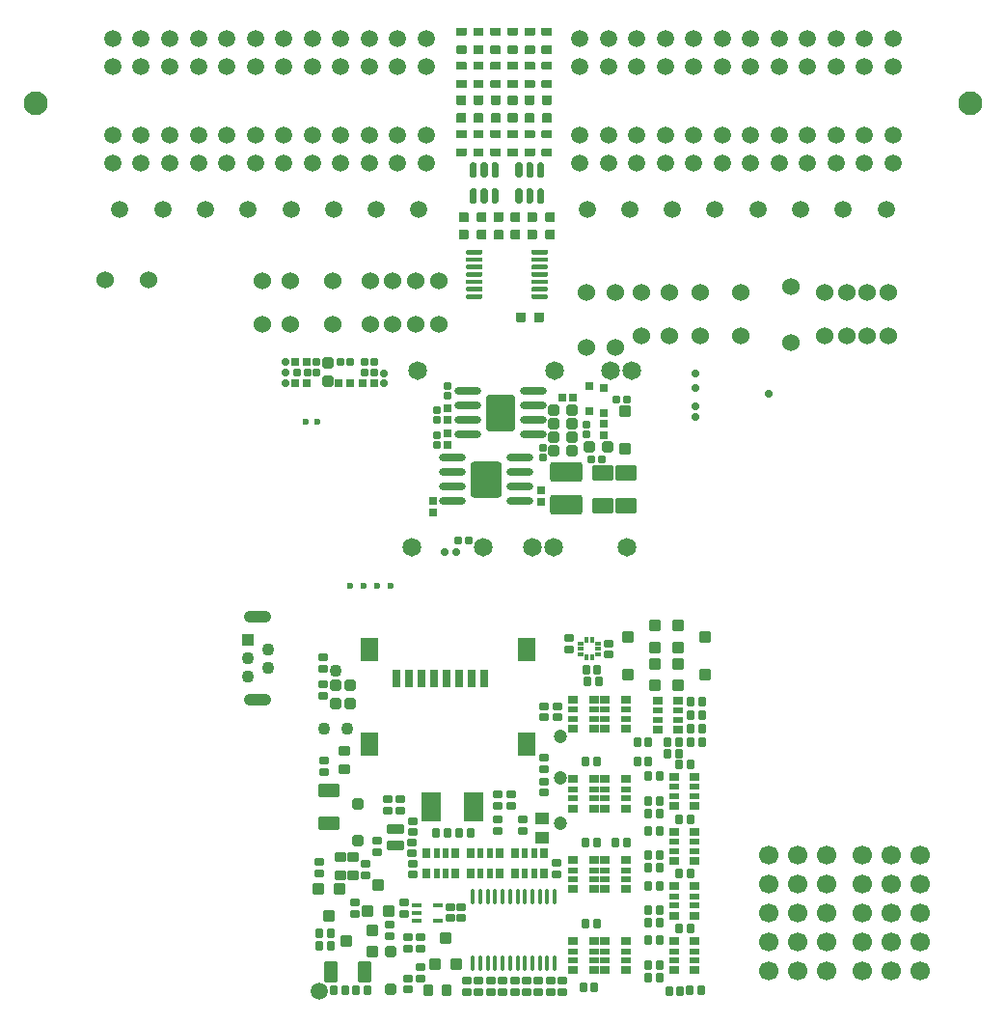
<source format=gbs>
G75*
G70*
%OFA0B0*%
%FSLAX25Y25*%
%IPPOS*%
%LPD*%
%AMOC8*
5,1,8,0,0,1.08239X$1,22.5*
%
%AMM152*
21,1,0.025200,0.019680,-0.000000,-0.000000,180.000000*
21,1,0.015750,0.029130,-0.000000,-0.000000,180.000000*
1,1,0.009450,-0.007870,0.009840*
1,1,0.009450,0.007870,0.009840*
1,1,0.009450,0.007870,-0.009840*
1,1,0.009450,-0.007870,-0.009840*
%
%AMM153*
21,1,0.025200,0.019680,-0.000000,-0.000000,90.000000*
21,1,0.015750,0.029130,-0.000000,-0.000000,90.000000*
1,1,0.009450,0.009840,0.007870*
1,1,0.009450,0.009840,-0.007870*
1,1,0.009450,-0.009840,-0.007870*
1,1,0.009450,-0.009840,0.007870*
%
%AMM160*
21,1,0.038980,0.026770,-0.000000,-0.000000,90.000000*
21,1,0.026770,0.038980,-0.000000,-0.000000,90.000000*
1,1,0.012210,0.013390,0.013390*
1,1,0.012210,0.013390,-0.013390*
1,1,0.012210,-0.013390,-0.013390*
1,1,0.012210,-0.013390,0.013390*
%
%AMM161*
21,1,0.029130,0.018900,-0.000000,-0.000000,0.000000*
21,1,0.018900,0.029130,-0.000000,-0.000000,0.000000*
1,1,0.010240,0.009450,-0.009450*
1,1,0.010240,-0.009450,-0.009450*
1,1,0.010240,-0.009450,0.009450*
1,1,0.010240,0.009450,0.009450*
%
%AMM183*
21,1,0.041340,0.026770,0.000000,-0.000000,270.000000*
21,1,0.029130,0.038980,0.000000,-0.000000,270.000000*
1,1,0.012210,-0.013390,-0.014570*
1,1,0.012210,-0.013390,0.014570*
1,1,0.012210,0.013390,0.014570*
1,1,0.012210,0.013390,-0.014570*
%
%AMM184*
21,1,0.076380,0.036220,0.000000,-0.000000,0.000000*
21,1,0.061810,0.050790,0.000000,-0.000000,0.000000*
1,1,0.014570,0.030910,-0.018110*
1,1,0.014570,-0.030910,-0.018110*
1,1,0.014570,-0.030910,0.018110*
1,1,0.014570,0.030910,0.018110*
%
%AMM187*
21,1,0.029130,0.018900,0.000000,-0.000000,0.000000*
21,1,0.018900,0.029130,0.000000,-0.000000,0.000000*
1,1,0.010240,0.009450,-0.009450*
1,1,0.010240,-0.009450,-0.009450*
1,1,0.010240,-0.009450,0.009450*
1,1,0.010240,0.009450,0.009450*
%
%AMM188*
21,1,0.025200,0.019680,0.000000,-0.000000,270.000000*
21,1,0.015750,0.029130,0.000000,-0.000000,270.000000*
1,1,0.009450,-0.009840,-0.007870*
1,1,0.009450,-0.009840,0.007870*
1,1,0.009450,0.009840,0.007870*
1,1,0.009450,0.009840,-0.007870*
%
%AMM189*
21,1,0.025200,0.019680,0.000000,-0.000000,180.000000*
21,1,0.015750,0.029130,0.000000,-0.000000,180.000000*
1,1,0.009450,-0.007870,0.009840*
1,1,0.009450,0.007870,0.009840*
1,1,0.009450,0.007870,-0.009840*
1,1,0.009450,-0.007870,-0.009840*
%
%AMM195*
21,1,0.111810,0.050390,0.000000,-0.000000,0.000000*
21,1,0.093700,0.068500,0.000000,-0.000000,0.000000*
1,1,0.018110,0.046850,-0.025200*
1,1,0.018110,-0.046850,-0.025200*
1,1,0.018110,-0.046850,0.025200*
1,1,0.018110,0.046850,0.025200*
%
%AMM196*
21,1,0.038980,0.026770,0.000000,-0.000000,180.000000*
21,1,0.026770,0.038980,0.000000,-0.000000,180.000000*
1,1,0.012210,-0.013390,0.013390*
1,1,0.012210,0.013390,0.013390*
1,1,0.012210,0.013390,-0.013390*
1,1,0.012210,-0.013390,-0.013390*
%
%AMM197*
21,1,0.029130,0.018900,0.000000,-0.000000,90.000000*
21,1,0.018900,0.029130,0.000000,-0.000000,90.000000*
1,1,0.010240,0.009450,0.009450*
1,1,0.010240,0.009450,-0.009450*
1,1,0.010240,-0.009450,-0.009450*
1,1,0.010240,-0.009450,0.009450*
%
%AMM198*
21,1,0.127560,0.075590,0.000000,-0.000000,90.000000*
21,1,0.103150,0.100000,0.000000,-0.000000,90.000000*
1,1,0.024410,0.037800,0.051580*
1,1,0.024410,0.037800,-0.051580*
1,1,0.024410,-0.037800,-0.051580*
1,1,0.024410,-0.037800,0.051580*
%
%AMM199*
21,1,0.123620,0.083460,0.000000,-0.000000,270.000000*
21,1,0.097240,0.109840,0.000000,-0.000000,270.000000*
1,1,0.026380,-0.041730,-0.048620*
1,1,0.026380,-0.041730,0.048620*
1,1,0.026380,0.041730,0.048620*
1,1,0.026380,0.041730,-0.048620*
%
%AMM216*
21,1,0.029530,0.026380,-0.000000,0.000000,0.000000*
21,1,0.020470,0.035430,-0.000000,0.000000,0.000000*
1,1,0.009060,0.010240,-0.013190*
1,1,0.009060,-0.010240,-0.013190*
1,1,0.009060,-0.010240,0.013190*
1,1,0.009060,0.010240,0.013190*
%
%AMM217*
21,1,0.021650,0.027950,-0.000000,0.000000,0.000000*
21,1,0.014170,0.035430,-0.000000,0.000000,0.000000*
1,1,0.007480,0.007090,-0.013980*
1,1,0.007480,-0.007090,-0.013980*
1,1,0.007480,-0.007090,0.013980*
1,1,0.007480,0.007090,0.013980*
%
%AMM220*
21,1,0.031500,0.018900,-0.000000,0.000000,180.000000*
21,1,0.022840,0.027560,-0.000000,0.000000,180.000000*
1,1,0.008660,-0.011420,0.009450*
1,1,0.008660,0.011420,0.009450*
1,1,0.008660,0.011420,-0.009450*
1,1,0.008660,-0.011420,-0.009450*
%
%AMM222*
21,1,0.031500,0.018900,-0.000000,0.000000,270.000000*
21,1,0.022840,0.027560,-0.000000,0.000000,270.000000*
1,1,0.008660,-0.009450,-0.011420*
1,1,0.008660,-0.009450,0.011420*
1,1,0.008660,0.009450,0.011420*
1,1,0.008660,0.009450,-0.011420*
%
%AMM224*
21,1,0.039370,0.030320,-0.000000,0.000000,0.000000*
21,1,0.028350,0.041340,-0.000000,0.000000,0.000000*
1,1,0.011020,0.014170,-0.015160*
1,1,0.011020,-0.014170,-0.015160*
1,1,0.011020,-0.014170,0.015160*
1,1,0.011020,0.014170,0.015160*
%
%AMM227*
21,1,0.031500,0.030710,-0.000000,0.000000,90.000000*
21,1,0.022050,0.040160,-0.000000,0.000000,90.000000*
1,1,0.009450,0.015350,0.011020*
1,1,0.009450,0.015350,-0.011020*
1,1,0.009450,-0.015350,-0.011020*
1,1,0.009450,-0.015350,0.011020*
%
%AMM241*
21,1,0.029530,0.026380,-0.000000,0.000000,90.000000*
21,1,0.020470,0.035430,-0.000000,0.000000,90.000000*
1,1,0.009060,0.013190,0.010240*
1,1,0.009060,0.013190,-0.010240*
1,1,0.009060,-0.013190,-0.010240*
1,1,0.009060,-0.013190,0.010240*
%
%AMM242*
21,1,0.021650,0.027950,-0.000000,0.000000,90.000000*
21,1,0.014170,0.035430,-0.000000,0.000000,90.000000*
1,1,0.007480,0.013980,0.007090*
1,1,0.007480,0.013980,-0.007090*
1,1,0.007480,-0.013980,-0.007090*
1,1,0.007480,-0.013980,0.007090*
%
%AMM243*
21,1,0.037400,0.026770,-0.000000,0.000000,90.000000*
21,1,0.026770,0.037400,-0.000000,0.000000,90.000000*
1,1,0.010630,0.013390,0.013390*
1,1,0.010630,0.013390,-0.013390*
1,1,0.010630,-0.013390,-0.013390*
1,1,0.010630,-0.013390,0.013390*
%
%AMM244*
21,1,0.082680,0.045670,-0.000000,0.000000,270.000000*
21,1,0.067320,0.061020,-0.000000,0.000000,270.000000*
1,1,0.015350,-0.022840,-0.033660*
1,1,0.015350,-0.022840,0.033660*
1,1,0.015350,0.022840,0.033660*
1,1,0.015350,0.022840,-0.033660*
%
%AMM245*
21,1,0.062990,0.020470,-0.000000,0.000000,270.000000*
21,1,0.053940,0.029530,-0.000000,0.000000,270.000000*
1,1,0.009060,-0.010240,-0.026970*
1,1,0.009060,-0.010240,0.026970*
1,1,0.009060,0.010240,0.026970*
1,1,0.009060,0.010240,-0.026970*
%
%AMM246*
21,1,0.039370,0.030320,-0.000000,0.000000,270.000000*
21,1,0.028350,0.041340,-0.000000,0.000000,270.000000*
1,1,0.011020,-0.015160,-0.014170*
1,1,0.011020,-0.015160,0.014170*
1,1,0.011020,0.015160,0.014170*
1,1,0.011020,0.015160,-0.014170*
%
%AMM247*
21,1,0.016540,0.028980,-0.000000,0.000000,270.000000*
21,1,0.010080,0.035430,-0.000000,0.000000,270.000000*
1,1,0.006460,-0.014490,-0.005040*
1,1,0.006460,-0.014490,0.005040*
1,1,0.006460,0.014490,0.005040*
1,1,0.006460,0.014490,-0.005040*
%
%AMM248*
21,1,0.074800,0.036220,-0.000000,0.000000,90.000000*
21,1,0.061810,0.049210,-0.000000,0.000000,90.000000*
1,1,0.012990,0.018110,0.030910*
1,1,0.012990,0.018110,-0.030910*
1,1,0.012990,-0.018110,-0.030910*
1,1,0.012990,-0.018110,0.030910*
%
%AMM249*
21,1,0.039760,0.026770,-0.000000,0.000000,90.000000*
21,1,0.029130,0.037400,-0.000000,0.000000,90.000000*
1,1,0.010630,0.013390,0.014570*
1,1,0.010630,0.013390,-0.014570*
1,1,0.010630,-0.013390,-0.014570*
1,1,0.010630,-0.013390,0.014570*
%
%AMM250*
21,1,0.031500,0.049610,-0.000000,0.000000,90.000000*
21,1,0.022050,0.059060,-0.000000,0.000000,90.000000*
1,1,0.009450,0.024800,0.011020*
1,1,0.009450,0.024800,-0.011020*
1,1,0.009450,-0.024800,-0.011020*
1,1,0.009450,-0.024800,0.011020*
%
%AMM251*
21,1,0.074800,0.036220,-0.000000,0.000000,180.000000*
21,1,0.061810,0.049210,-0.000000,0.000000,180.000000*
1,1,0.012990,-0.030910,0.018110*
1,1,0.012990,0.030910,0.018110*
1,1,0.012990,0.030910,-0.018110*
1,1,0.012990,-0.030910,-0.018110*
%
%AMM252*
21,1,0.031500,0.030710,-0.000000,0.000000,180.000000*
21,1,0.022050,0.040160,-0.000000,0.000000,180.000000*
1,1,0.009450,-0.011020,0.015350*
1,1,0.009450,0.011020,0.015350*
1,1,0.009450,0.011020,-0.015350*
1,1,0.009450,-0.011020,-0.015350*
%
%ADD114C,0.02913*%
%ADD115C,0.06457*%
%ADD13C,0.05906*%
%ADD14C,0.06000*%
%ADD15C,0.06693*%
%ADD18R,0.04331X0.04331*%
%ADD19C,0.04331*%
%ADD20O,0.09449X0.04331*%
%ADD200C,0.04724*%
%ADD201C,0.04294*%
%ADD21C,0.02362*%
%ADD224R,0.01772X0.01870*%
%ADD230R,0.01870X0.01772*%
%ADD285O,0.09213X0.02520*%
%ADD312M152*%
%ADD313M153*%
%ADD320M160*%
%ADD321M161*%
%ADD343M183*%
%ADD344M184*%
%ADD347M187*%
%ADD348M188*%
%ADD349M189*%
%ADD355M195*%
%ADD356M196*%
%ADD357M197*%
%ADD358M198*%
%ADD359M199*%
%ADD380M216*%
%ADD381M217*%
%ADD385M220*%
%ADD387M222*%
%ADD389M224*%
%ADD393M227*%
%ADD410M241*%
%ADD411M242*%
%ADD412M243*%
%ADD413M244*%
%ADD414M245*%
%ADD415M246*%
%ADD416M247*%
%ADD417O,0.01378X0.05354*%
%ADD418M248*%
%ADD419M249*%
%ADD420R,0.07087X0.09843*%
%ADD421M250*%
%ADD422R,0.04724X0.04331*%
%ADD423M251*%
%ADD424M252*%
%ADD64C,0.08268*%
X0000000Y0000000D02*
%LPD*%
G01*
D64*
X0008481Y0330774D03*
X0331316Y0330774D03*
D13*
X0304741Y0353214D03*
X0294899Y0353214D03*
X0285056Y0353214D03*
X0275214Y0353214D03*
X0265371Y0353214D03*
X0255529Y0353214D03*
X0245686Y0353214D03*
X0235844Y0353214D03*
X0226001Y0353214D03*
X0216159Y0353214D03*
X0206316Y0353214D03*
X0196473Y0353214D03*
X0304741Y0343372D03*
X0294899Y0343372D03*
X0285056Y0343372D03*
X0275214Y0343372D03*
X0265371Y0343372D03*
X0255529Y0343372D03*
X0245686Y0343372D03*
X0235844Y0343372D03*
X0226001Y0343372D03*
X0216159Y0343372D03*
X0206316Y0343372D03*
X0196473Y0343372D03*
X0304741Y0319750D03*
X0294899Y0319750D03*
X0285056Y0319750D03*
X0275214Y0319750D03*
X0265371Y0319750D03*
X0255529Y0319750D03*
X0245686Y0319750D03*
X0235844Y0319750D03*
X0226001Y0319750D03*
X0216159Y0319750D03*
X0206316Y0319750D03*
X0196473Y0319750D03*
X0304741Y0309907D03*
X0294899Y0309907D03*
X0285056Y0309907D03*
X0275214Y0309907D03*
X0265371Y0309907D03*
X0255529Y0309907D03*
X0245686Y0309907D03*
X0235844Y0309907D03*
X0226001Y0309907D03*
X0216159Y0309907D03*
X0206316Y0309907D03*
X0196473Y0309907D03*
X0302281Y0294159D03*
X0287517Y0294159D03*
X0272753Y0294159D03*
X0257989Y0294159D03*
X0243225Y0294159D03*
X0228462Y0294159D03*
X0213698Y0294159D03*
X0198934Y0294159D03*
X0143324Y0353214D03*
X0133481Y0353214D03*
X0123639Y0353214D03*
X0113796Y0353214D03*
X0103954Y0353214D03*
X0094111Y0353214D03*
X0084269Y0353214D03*
X0074426Y0353214D03*
X0064584Y0353214D03*
X0054741Y0353214D03*
X0044899Y0353214D03*
X0035056Y0353214D03*
X0143324Y0343372D03*
X0133481Y0343372D03*
X0123639Y0343372D03*
X0113796Y0343372D03*
X0103954Y0343372D03*
X0094111Y0343372D03*
X0084269Y0343372D03*
X0074426Y0343372D03*
X0064584Y0343372D03*
X0054741Y0343372D03*
X0044899Y0343372D03*
X0035056Y0343372D03*
X0143324Y0319750D03*
X0133481Y0319750D03*
X0123639Y0319750D03*
X0113796Y0319750D03*
X0103954Y0319750D03*
X0094111Y0319750D03*
X0084269Y0319750D03*
X0074426Y0319750D03*
X0064584Y0319750D03*
X0054741Y0319750D03*
X0044899Y0319750D03*
X0035056Y0319750D03*
X0143324Y0309907D03*
X0133481Y0309907D03*
X0123639Y0309907D03*
X0113796Y0309907D03*
X0103954Y0309907D03*
X0094111Y0309907D03*
X0084269Y0309907D03*
X0074426Y0309907D03*
X0064584Y0309907D03*
X0054741Y0309907D03*
X0044899Y0309907D03*
X0035056Y0309907D03*
X0140863Y0294159D03*
X0126099Y0294159D03*
X0111336Y0294159D03*
X0096572Y0294159D03*
X0081808Y0294159D03*
X0067044Y0294159D03*
X0052281Y0294159D03*
X0037517Y0294159D03*
D14*
X0131890Y0269311D03*
X0131890Y0254311D03*
D15*
X0294063Y0031024D03*
X0294063Y0041024D03*
X0294063Y0051024D03*
X0294063Y0061024D03*
X0294063Y0071024D03*
X0304063Y0031024D03*
X0304063Y0041024D03*
X0304063Y0051024D03*
X0304063Y0061024D03*
X0304063Y0071024D03*
X0314063Y0031024D03*
X0314063Y0041024D03*
X0314063Y0051024D03*
X0314063Y0061024D03*
X0314063Y0071024D03*
D14*
X0032244Y0269685D03*
X0047244Y0269685D03*
X0124016Y0269311D03*
X0124016Y0254311D03*
X0086614Y0269311D03*
X0086614Y0254311D03*
X0208661Y0265551D03*
X0208661Y0246260D03*
X0111220Y0269311D03*
X0111220Y0254311D03*
X0269291Y0267520D03*
X0269291Y0248228D03*
X0198819Y0265551D03*
X0198819Y0246260D03*
X0251969Y0265374D03*
X0251969Y0250374D03*
D15*
X0261654Y0031024D03*
X0261654Y0041024D03*
X0261654Y0051024D03*
X0261654Y0061024D03*
X0261654Y0071024D03*
X0271654Y0031024D03*
X0271654Y0041024D03*
X0271654Y0051024D03*
X0271654Y0061024D03*
X0271654Y0071024D03*
X0281654Y0031024D03*
X0281654Y0041024D03*
X0281654Y0051024D03*
X0281654Y0061024D03*
X0281654Y0071024D03*
D14*
X0147638Y0269311D03*
X0147638Y0254311D03*
X0303150Y0265374D03*
X0303150Y0250374D03*
D18*
X0081693Y0145276D03*
D19*
X0088583Y0142126D03*
X0081693Y0138976D03*
X0088583Y0135827D03*
X0081693Y0132677D03*
D20*
X0085138Y0153346D03*
X0085138Y0124606D03*
D21*
X0094587Y0233957D03*
X0094587Y0237697D03*
X0094587Y0241437D03*
X0128839Y0237500D03*
X0128839Y0233957D03*
D14*
X0281102Y0265374D03*
X0281102Y0250374D03*
X0288583Y0265374D03*
X0288583Y0250374D03*
X0139764Y0269311D03*
X0139764Y0254311D03*
D21*
X0121752Y0164075D03*
X0117028Y0164075D03*
X0126476Y0164075D03*
X0131201Y0164075D03*
X0105768Y0220866D03*
X0101831Y0220866D03*
D14*
X0295669Y0265374D03*
X0295669Y0250374D03*
X0096457Y0269311D03*
X0096457Y0254311D03*
D13*
X0212697Y0177461D03*
X0187500Y0177461D03*
X0180020Y0177461D03*
X0163091Y0177461D03*
D21*
X0153642Y0175689D03*
X0149705Y0175689D03*
D13*
X0138484Y0177461D03*
X0214469Y0238484D03*
X0207185Y0238484D03*
X0187697Y0238484D03*
X0140256Y0238484D03*
D14*
X0227559Y0265374D03*
X0227559Y0250374D03*
X0238189Y0265374D03*
X0238189Y0250374D03*
X0217717Y0265374D03*
X0217717Y0250374D03*
D21*
X0261811Y0230315D03*
X0236516Y0237520D03*
X0236516Y0232500D03*
X0236516Y0226004D03*
X0236516Y0222461D03*
G36*
G01*
X0171693Y0345079D02*
X0174764Y0345079D01*
G75*
G02*
X0175039Y0344803I0000000J-000276D01*
G01*
X0175039Y0342598D01*
G75*
G02*
X0174764Y0342323I-000276J0000000D01*
G01*
X0171693Y0342323D01*
G75*
G02*
X0171417Y0342598I0000000J0000276D01*
G01*
X0171417Y0344803D01*
G75*
G02*
X0171693Y0345079I0000276J0000000D01*
G01*
G37*
G36*
G01*
X0171693Y0338780D02*
X0174764Y0338780D01*
G75*
G02*
X0175039Y0338504I0000000J-000276D01*
G01*
X0175039Y0336299D01*
G75*
G02*
X0174764Y0336024I-000276J0000000D01*
G01*
X0171693Y0336024D01*
G75*
G02*
X0171417Y0336299I0000000J0000276D01*
G01*
X0171417Y0338504D01*
G75*
G02*
X0171693Y0338780I0000276J0000000D01*
G01*
G37*
G36*
G01*
X0154173Y0333524D02*
X0156850Y0333524D01*
G75*
G02*
X0157185Y0333189I0000000J-000335D01*
G01*
X0157185Y0330512D01*
G75*
G02*
X0156850Y0330177I-000335J0000000D01*
G01*
X0154173Y0330177D01*
G75*
G02*
X0153839Y0330512I0000000J0000335D01*
G01*
X0153839Y0333189D01*
G75*
G02*
X0154173Y0333524I0000335J0000000D01*
G01*
G37*
G36*
G01*
X0154173Y0327303D02*
X0156850Y0327303D01*
G75*
G02*
X0157185Y0326968I0000000J-000335D01*
G01*
X0157185Y0324291D01*
G75*
G02*
X0156850Y0323957I-000335J0000000D01*
G01*
X0154173Y0323957D01*
G75*
G02*
X0153839Y0324291I0000000J0000335D01*
G01*
X0153839Y0326968D01*
G75*
G02*
X0154173Y0327303I0000335J0000000D01*
G01*
G37*
G36*
G01*
X0165984Y0333524D02*
X0168661Y0333524D01*
G75*
G02*
X0168996Y0333189I0000000J-000335D01*
G01*
X0168996Y0330512D01*
G75*
G02*
X0168661Y0330177I-000335J0000000D01*
G01*
X0165984Y0330177D01*
G75*
G02*
X0165650Y0330512I0000000J0000335D01*
G01*
X0165650Y0333189D01*
G75*
G02*
X0165984Y0333524I0000335J0000000D01*
G01*
G37*
G36*
G01*
X0165984Y0327303D02*
X0168661Y0327303D01*
G75*
G02*
X0168996Y0326968I0000000J-000335D01*
G01*
X0168996Y0324291D01*
G75*
G02*
X0168661Y0323957I-000335J0000000D01*
G01*
X0165984Y0323957D01*
G75*
G02*
X0165650Y0324291I0000000J0000335D01*
G01*
X0165650Y0326968D01*
G75*
G02*
X0165984Y0327303I0000335J0000000D01*
G01*
G37*
G36*
G01*
X0174764Y0312402D02*
X0171693Y0312402D01*
G75*
G02*
X0171417Y0312677I0000000J0000276D01*
G01*
X0171417Y0314882D01*
G75*
G02*
X0171693Y0315157I0000276J0000000D01*
G01*
X0174764Y0315157D01*
G75*
G02*
X0175039Y0314882I0000000J-000276D01*
G01*
X0175039Y0312677D01*
G75*
G02*
X0174764Y0312402I-000276J0000000D01*
G01*
G37*
G36*
G01*
X0174764Y0318701D02*
X0171693Y0318701D01*
G75*
G02*
X0171417Y0318976I0000000J0000276D01*
G01*
X0171417Y0321181D01*
G75*
G02*
X0171693Y0321457I0000276J0000000D01*
G01*
X0174764Y0321457D01*
G75*
G02*
X0175039Y0321181I0000000J-000276D01*
G01*
X0175039Y0318976D01*
G75*
G02*
X0174764Y0318701I-000276J0000000D01*
G01*
G37*
G36*
G01*
X0160079Y0333524D02*
X0162756Y0333524D01*
G75*
G02*
X0163091Y0333189I0000000J-000335D01*
G01*
X0163091Y0330512D01*
G75*
G02*
X0162756Y0330177I-000335J0000000D01*
G01*
X0160079Y0330177D01*
G75*
G02*
X0159744Y0330512I0000000J0000335D01*
G01*
X0159744Y0333189D01*
G75*
G02*
X0160079Y0333524I0000335J0000000D01*
G01*
G37*
G36*
G01*
X0160079Y0327303D02*
X0162756Y0327303D01*
G75*
G02*
X0163091Y0326968I0000000J-000335D01*
G01*
X0163091Y0324291D01*
G75*
G02*
X0162756Y0323957I-000335J0000000D01*
G01*
X0160079Y0323957D01*
G75*
G02*
X0159744Y0324291I0000000J0000335D01*
G01*
X0159744Y0326968D01*
G75*
G02*
X0160079Y0327303I0000335J0000000D01*
G01*
G37*
G36*
G01*
X0177598Y0345079D02*
X0180669Y0345079D01*
G75*
G02*
X0180945Y0344803I0000000J-000276D01*
G01*
X0180945Y0342598D01*
G75*
G02*
X0180669Y0342323I-000276J0000000D01*
G01*
X0177598Y0342323D01*
G75*
G02*
X0177323Y0342598I0000000J0000276D01*
G01*
X0177323Y0344803D01*
G75*
G02*
X0177598Y0345079I0000276J0000000D01*
G01*
G37*
G36*
G01*
X0177598Y0338780D02*
X0180669Y0338780D01*
G75*
G02*
X0180945Y0338504I0000000J-000276D01*
G01*
X0180945Y0336299D01*
G75*
G02*
X0180669Y0336024I-000276J0000000D01*
G01*
X0177598Y0336024D01*
G75*
G02*
X0177323Y0336299I0000000J0000276D01*
G01*
X0177323Y0338504D01*
G75*
G02*
X0177598Y0338780I0000276J0000000D01*
G01*
G37*
G36*
G01*
X0157087Y0263583D02*
X0157087Y0264370D01*
G75*
G02*
X0157480Y0264764I0000394J0000000D01*
G01*
X0162500Y0264764D01*
G75*
G02*
X0162894Y0264370I0000000J-000394D01*
G01*
X0162894Y0263583D01*
G75*
G02*
X0162500Y0263189I-000394J0000000D01*
G01*
X0157480Y0263189D01*
G75*
G02*
X0157087Y0263583I0000000J0000394D01*
G01*
G37*
G36*
G01*
X0157087Y0266142D02*
X0157087Y0266929D01*
G75*
G02*
X0157480Y0267323I0000394J0000000D01*
G01*
X0162500Y0267323D01*
G75*
G02*
X0162894Y0266929I0000000J-000394D01*
G01*
X0162894Y0266142D01*
G75*
G02*
X0162500Y0265748I-000394J0000000D01*
G01*
X0157480Y0265748D01*
G75*
G02*
X0157087Y0266142I0000000J0000394D01*
G01*
G37*
G36*
G01*
X0157087Y0268701D02*
X0157087Y0269488D01*
G75*
G02*
X0157480Y0269882I0000394J0000000D01*
G01*
X0162500Y0269882D01*
G75*
G02*
X0162894Y0269488I0000000J-000394D01*
G01*
X0162894Y0268701D01*
G75*
G02*
X0162500Y0268307I-000394J0000000D01*
G01*
X0157480Y0268307D01*
G75*
G02*
X0157087Y0268701I0000000J0000394D01*
G01*
G37*
G36*
G01*
X0157087Y0271260D02*
X0157087Y0272047D01*
G75*
G02*
X0157480Y0272441I0000394J0000000D01*
G01*
X0162500Y0272441D01*
G75*
G02*
X0162894Y0272047I0000000J-000394D01*
G01*
X0162894Y0271260D01*
G75*
G02*
X0162500Y0270866I-000394J0000000D01*
G01*
X0157480Y0270866D01*
G75*
G02*
X0157087Y0271260I0000000J0000394D01*
G01*
G37*
G36*
G01*
X0157087Y0273819D02*
X0157087Y0274606D01*
G75*
G02*
X0157480Y0275000I0000394J0000000D01*
G01*
X0162500Y0275000D01*
G75*
G02*
X0162894Y0274606I0000000J-000394D01*
G01*
X0162894Y0273819D01*
G75*
G02*
X0162500Y0273425I-000394J0000000D01*
G01*
X0157480Y0273425D01*
G75*
G02*
X0157087Y0273819I0000000J0000394D01*
G01*
G37*
G36*
G01*
X0157087Y0276378D02*
X0157087Y0277165D01*
G75*
G02*
X0157480Y0277559I0000394J0000000D01*
G01*
X0162500Y0277559D01*
G75*
G02*
X0162894Y0277165I0000000J-000394D01*
G01*
X0162894Y0276378D01*
G75*
G02*
X0162500Y0275984I-000394J0000000D01*
G01*
X0157480Y0275984D01*
G75*
G02*
X0157087Y0276378I0000000J0000394D01*
G01*
G37*
G36*
G01*
X0157087Y0278937D02*
X0157087Y0279724D01*
G75*
G02*
X0157480Y0280118I0000394J0000000D01*
G01*
X0162500Y0280118D01*
G75*
G02*
X0162894Y0279724I0000000J-000394D01*
G01*
X0162894Y0278937D01*
G75*
G02*
X0162500Y0278543I-000394J0000000D01*
G01*
X0157480Y0278543D01*
G75*
G02*
X0157087Y0278937I0000000J0000394D01*
G01*
G37*
G36*
G01*
X0179626Y0278937D02*
X0179626Y0279724D01*
G75*
G02*
X0180020Y0280118I0000394J0000000D01*
G01*
X0185039Y0280118D01*
G75*
G02*
X0185433Y0279724I0000000J-000394D01*
G01*
X0185433Y0278937D01*
G75*
G02*
X0185039Y0278543I-000394J0000000D01*
G01*
X0180020Y0278543D01*
G75*
G02*
X0179626Y0278937I0000000J0000394D01*
G01*
G37*
G36*
G01*
X0179626Y0276378D02*
X0179626Y0277165D01*
G75*
G02*
X0180020Y0277559I0000394J0000000D01*
G01*
X0185039Y0277559D01*
G75*
G02*
X0185433Y0277165I0000000J-000394D01*
G01*
X0185433Y0276378D01*
G75*
G02*
X0185039Y0275984I-000394J0000000D01*
G01*
X0180020Y0275984D01*
G75*
G02*
X0179626Y0276378I0000000J0000394D01*
G01*
G37*
G36*
G01*
X0179626Y0273819D02*
X0179626Y0274606D01*
G75*
G02*
X0180020Y0275000I0000394J0000000D01*
G01*
X0185039Y0275000D01*
G75*
G02*
X0185433Y0274606I0000000J-000394D01*
G01*
X0185433Y0273819D01*
G75*
G02*
X0185039Y0273425I-000394J0000000D01*
G01*
X0180020Y0273425D01*
G75*
G02*
X0179626Y0273819I0000000J0000394D01*
G01*
G37*
G36*
G01*
X0179626Y0271260D02*
X0179626Y0272047D01*
G75*
G02*
X0180020Y0272441I0000394J0000000D01*
G01*
X0185039Y0272441D01*
G75*
G02*
X0185433Y0272047I0000000J-000394D01*
G01*
X0185433Y0271260D01*
G75*
G02*
X0185039Y0270866I-000394J0000000D01*
G01*
X0180020Y0270866D01*
G75*
G02*
X0179626Y0271260I0000000J0000394D01*
G01*
G37*
G36*
G01*
X0179626Y0268701D02*
X0179626Y0269488D01*
G75*
G02*
X0180020Y0269882I0000394J0000000D01*
G01*
X0185039Y0269882D01*
G75*
G02*
X0185433Y0269488I0000000J-000394D01*
G01*
X0185433Y0268701D01*
G75*
G02*
X0185039Y0268307I-000394J0000000D01*
G01*
X0180020Y0268307D01*
G75*
G02*
X0179626Y0268701I0000000J0000394D01*
G01*
G37*
G36*
G01*
X0179626Y0266142D02*
X0179626Y0266929D01*
G75*
G02*
X0180020Y0267323I0000394J0000000D01*
G01*
X0185039Y0267323D01*
G75*
G02*
X0185433Y0266929I0000000J-000394D01*
G01*
X0185433Y0266142D01*
G75*
G02*
X0185039Y0265748I-000394J0000000D01*
G01*
X0180020Y0265748D01*
G75*
G02*
X0179626Y0266142I0000000J0000394D01*
G01*
G37*
G36*
G01*
X0179626Y0263583D02*
X0179626Y0264370D01*
G75*
G02*
X0180020Y0264764I0000394J0000000D01*
G01*
X0185039Y0264764D01*
G75*
G02*
X0185433Y0264370I0000000J-000394D01*
G01*
X0185433Y0263583D01*
G75*
G02*
X0185039Y0263189I-000394J0000000D01*
G01*
X0180020Y0263189D01*
G75*
G02*
X0179626Y0263583I0000000J0000394D01*
G01*
G37*
G36*
G01*
X0175551Y0283602D02*
X0172874Y0283602D01*
G75*
G02*
X0172539Y0283937I0000000J0000335D01*
G01*
X0172539Y0286614D01*
G75*
G02*
X0172874Y0286949I0000335J0000000D01*
G01*
X0175551Y0286949D01*
G75*
G02*
X0175886Y0286614I0000000J-000335D01*
G01*
X0175886Y0283937D01*
G75*
G02*
X0175551Y0283602I-000335J0000000D01*
G01*
G37*
G36*
G01*
X0175551Y0289823D02*
X0172874Y0289823D01*
G75*
G02*
X0172539Y0290157I0000000J0000335D01*
G01*
X0172539Y0292835D01*
G75*
G02*
X0172874Y0293169I0000335J0000000D01*
G01*
X0175551Y0293169D01*
G75*
G02*
X0175886Y0292835I0000000J-000335D01*
G01*
X0175886Y0290157D01*
G75*
G02*
X0175551Y0289823I-000335J0000000D01*
G01*
G37*
G36*
G01*
X0162953Y0312402D02*
X0159882Y0312402D01*
G75*
G02*
X0159606Y0312677I0000000J0000276D01*
G01*
X0159606Y0314882D01*
G75*
G02*
X0159882Y0315157I0000276J0000000D01*
G01*
X0162953Y0315157D01*
G75*
G02*
X0163228Y0314882I0000000J-000276D01*
G01*
X0163228Y0312677D01*
G75*
G02*
X0162953Y0312402I-000276J0000000D01*
G01*
G37*
G36*
G01*
X0162953Y0318701D02*
X0159882Y0318701D01*
G75*
G02*
X0159606Y0318976I0000000J0000276D01*
G01*
X0159606Y0321181D01*
G75*
G02*
X0159882Y0321457I0000276J0000000D01*
G01*
X0162953Y0321457D01*
G75*
G02*
X0163228Y0321181I0000000J-000276D01*
G01*
X0163228Y0318976D01*
G75*
G02*
X0162953Y0318701I-000276J0000000D01*
G01*
G37*
G36*
G01*
X0157047Y0312402D02*
X0153976Y0312402D01*
G75*
G02*
X0153701Y0312677I0000000J0000276D01*
G01*
X0153701Y0314882D01*
G75*
G02*
X0153976Y0315157I0000276J0000000D01*
G01*
X0157047Y0315157D01*
G75*
G02*
X0157323Y0314882I0000000J-000276D01*
G01*
X0157323Y0312677D01*
G75*
G02*
X0157047Y0312402I-000276J0000000D01*
G01*
G37*
G36*
G01*
X0157047Y0318701D02*
X0153976Y0318701D01*
G75*
G02*
X0153701Y0318976I0000000J0000276D01*
G01*
X0153701Y0321181D01*
G75*
G02*
X0153976Y0321457I0000276J0000000D01*
G01*
X0157047Y0321457D01*
G75*
G02*
X0157323Y0321181I0000000J-000276D01*
G01*
X0157323Y0318976D01*
G75*
G02*
X0157047Y0318701I-000276J0000000D01*
G01*
G37*
G36*
G01*
X0180669Y0312402D02*
X0177598Y0312402D01*
G75*
G02*
X0177323Y0312677I0000000J0000276D01*
G01*
X0177323Y0314882D01*
G75*
G02*
X0177598Y0315157I0000276J0000000D01*
G01*
X0180669Y0315157D01*
G75*
G02*
X0180945Y0314882I0000000J-000276D01*
G01*
X0180945Y0312677D01*
G75*
G02*
X0180669Y0312402I-000276J0000000D01*
G01*
G37*
G36*
G01*
X0180669Y0318701D02*
X0177598Y0318701D01*
G75*
G02*
X0177323Y0318976I0000000J0000276D01*
G01*
X0177323Y0321181D01*
G75*
G02*
X0177598Y0321457I0000276J0000000D01*
G01*
X0180669Y0321457D01*
G75*
G02*
X0180945Y0321181I0000000J-000276D01*
G01*
X0180945Y0318976D01*
G75*
G02*
X0180669Y0318701I-000276J0000000D01*
G01*
G37*
G36*
G01*
X0171890Y0333524D02*
X0174567Y0333524D01*
G75*
G02*
X0174902Y0333189I0000000J-000335D01*
G01*
X0174902Y0330512D01*
G75*
G02*
X0174567Y0330177I-000335J0000000D01*
G01*
X0171890Y0330177D01*
G75*
G02*
X0171555Y0330512I0000000J0000335D01*
G01*
X0171555Y0333189D01*
G75*
G02*
X0171890Y0333524I0000335J0000000D01*
G01*
G37*
G36*
G01*
X0171890Y0327303D02*
X0174567Y0327303D01*
G75*
G02*
X0174902Y0326968I0000000J-000335D01*
G01*
X0174902Y0324291D01*
G75*
G02*
X0174567Y0323957I-000335J0000000D01*
G01*
X0171890Y0323957D01*
G75*
G02*
X0171555Y0324291I0000000J0000335D01*
G01*
X0171555Y0326968D01*
G75*
G02*
X0171890Y0327303I0000335J0000000D01*
G01*
G37*
G36*
G01*
X0183465Y0296063D02*
X0182283Y0296063D01*
G75*
G02*
X0181693Y0296654I0000000J0000591D01*
G01*
X0181693Y0300689D01*
G75*
G02*
X0182283Y0301280I0000591J0000000D01*
G01*
X0183465Y0301280D01*
G75*
G02*
X0184055Y0300689I0000000J-000591D01*
G01*
X0184055Y0296654D01*
G75*
G02*
X0183465Y0296063I-000591J0000000D01*
G01*
G37*
G36*
G01*
X0179724Y0296063D02*
X0178543Y0296063D01*
G75*
G02*
X0177953Y0296654I0000000J0000591D01*
G01*
X0177953Y0300689D01*
G75*
G02*
X0178543Y0301280I0000591J0000000D01*
G01*
X0179724Y0301280D01*
G75*
G02*
X0180315Y0300689I0000000J-000591D01*
G01*
X0180315Y0296654D01*
G75*
G02*
X0179724Y0296063I-000591J0000000D01*
G01*
G37*
G36*
G01*
X0175984Y0296063D02*
X0174803Y0296063D01*
G75*
G02*
X0174213Y0296654I0000000J0000591D01*
G01*
X0174213Y0300689D01*
G75*
G02*
X0174803Y0301280I0000591J0000000D01*
G01*
X0175984Y0301280D01*
G75*
G02*
X0176575Y0300689I0000000J-000591D01*
G01*
X0176575Y0296654D01*
G75*
G02*
X0175984Y0296063I-000591J0000000D01*
G01*
G37*
G36*
G01*
X0175984Y0305020D02*
X0174803Y0305020D01*
G75*
G02*
X0174213Y0305610I0000000J0000591D01*
G01*
X0174213Y0309646D01*
G75*
G02*
X0174803Y0310236I0000591J0000000D01*
G01*
X0175984Y0310236D01*
G75*
G02*
X0176575Y0309646I0000000J-000591D01*
G01*
X0176575Y0305610D01*
G75*
G02*
X0175984Y0305020I-000591J0000000D01*
G01*
G37*
G36*
G01*
X0179724Y0305020D02*
X0178543Y0305020D01*
G75*
G02*
X0177953Y0305610I0000000J0000591D01*
G01*
X0177953Y0309646D01*
G75*
G02*
X0178543Y0310236I0000591J0000000D01*
G01*
X0179724Y0310236D01*
G75*
G02*
X0180315Y0309646I0000000J-000591D01*
G01*
X0180315Y0305610D01*
G75*
G02*
X0179724Y0305020I-000591J0000000D01*
G01*
G37*
G36*
G01*
X0183465Y0305020D02*
X0182283Y0305020D01*
G75*
G02*
X0181693Y0305610I0000000J0000591D01*
G01*
X0181693Y0309646D01*
G75*
G02*
X0182283Y0310236I0000591J0000000D01*
G01*
X0183465Y0310236D01*
G75*
G02*
X0184055Y0309646I0000000J-000591D01*
G01*
X0184055Y0305610D01*
G75*
G02*
X0183465Y0305020I-000591J0000000D01*
G01*
G37*
G36*
G01*
X0164232Y0286772D02*
X0164232Y0284094D01*
G75*
G02*
X0163898Y0283760I-000335J0000000D01*
G01*
X0161220Y0283760D01*
G75*
G02*
X0160886Y0284094I0000000J0000335D01*
G01*
X0160886Y0286772D01*
G75*
G02*
X0161220Y0287106I0000335J0000000D01*
G01*
X0163898Y0287106D01*
G75*
G02*
X0164232Y0286772I0000000J-000335D01*
G01*
G37*
G36*
G01*
X0158012Y0286772D02*
X0158012Y0284094D01*
G75*
G02*
X0157677Y0283760I-000335J0000000D01*
G01*
X0155000Y0283760D01*
G75*
G02*
X0154665Y0284094I0000000J0000335D01*
G01*
X0154665Y0286772D01*
G75*
G02*
X0155000Y0287106I0000335J0000000D01*
G01*
X0157677Y0287106D01*
G75*
G02*
X0158012Y0286772I0000000J-000335D01*
G01*
G37*
G36*
G01*
X0153976Y0345079D02*
X0157047Y0345079D01*
G75*
G02*
X0157323Y0344803I0000000J-000276D01*
G01*
X0157323Y0342598D01*
G75*
G02*
X0157047Y0342323I-000276J0000000D01*
G01*
X0153976Y0342323D01*
G75*
G02*
X0153701Y0342598I0000000J0000276D01*
G01*
X0153701Y0344803D01*
G75*
G02*
X0153976Y0345079I0000276J0000000D01*
G01*
G37*
G36*
G01*
X0153976Y0338780D02*
X0157047Y0338780D01*
G75*
G02*
X0157323Y0338504I0000000J-000276D01*
G01*
X0157323Y0336299D01*
G75*
G02*
X0157047Y0336024I-000276J0000000D01*
G01*
X0153976Y0336024D01*
G75*
G02*
X0153701Y0336299I0000000J0000276D01*
G01*
X0153701Y0338504D01*
G75*
G02*
X0153976Y0338780I0000276J0000000D01*
G01*
G37*
G36*
G01*
X0183701Y0333524D02*
X0186378Y0333524D01*
G75*
G02*
X0186713Y0333189I0000000J-000335D01*
G01*
X0186713Y0330512D01*
G75*
G02*
X0186378Y0330177I-000335J0000000D01*
G01*
X0183701Y0330177D01*
G75*
G02*
X0183366Y0330512I0000000J0000335D01*
G01*
X0183366Y0333189D01*
G75*
G02*
X0183701Y0333524I0000335J0000000D01*
G01*
G37*
G36*
G01*
X0183701Y0327303D02*
X0186378Y0327303D01*
G75*
G02*
X0186713Y0326968I0000000J-000335D01*
G01*
X0186713Y0324291D01*
G75*
G02*
X0186378Y0323957I-000335J0000000D01*
G01*
X0183701Y0323957D01*
G75*
G02*
X0183366Y0324291I0000000J0000335D01*
G01*
X0183366Y0326968D01*
G75*
G02*
X0183701Y0327303I0000335J0000000D01*
G01*
G37*
G36*
G01*
X0153980Y0356890D02*
X0157051Y0356890D01*
G75*
G02*
X0157327Y0356614I0000000J-000276D01*
G01*
X0157327Y0354409D01*
G75*
G02*
X0157051Y0354134I-000276J0000000D01*
G01*
X0153980Y0354134D01*
G75*
G02*
X0153705Y0354409I0000000J0000276D01*
G01*
X0153705Y0356614D01*
G75*
G02*
X0153980Y0356890I0000276J0000000D01*
G01*
G37*
G36*
G01*
X0153980Y0350591D02*
X0157051Y0350591D01*
G75*
G02*
X0157327Y0350315I0000000J-000276D01*
G01*
X0157327Y0348110D01*
G75*
G02*
X0157051Y0347835I-000276J0000000D01*
G01*
X0153980Y0347835D01*
G75*
G02*
X0153705Y0348110I0000000J0000276D01*
G01*
X0153705Y0350315D01*
G75*
G02*
X0153980Y0350591I0000276J0000000D01*
G01*
G37*
G36*
G01*
X0174350Y0255551D02*
X0174350Y0258228D01*
G75*
G02*
X0174685Y0258563I0000335J0000000D01*
G01*
X0177362Y0258563D01*
G75*
G02*
X0177697Y0258228I0000000J-000335D01*
G01*
X0177697Y0255551D01*
G75*
G02*
X0177362Y0255217I-000335J0000000D01*
G01*
X0174685Y0255217D01*
G75*
G02*
X0174350Y0255551I0000000J0000335D01*
G01*
G37*
G36*
G01*
X0180571Y0255551D02*
X0180571Y0258228D01*
G75*
G02*
X0180906Y0258563I0000335J0000000D01*
G01*
X0183583Y0258563D01*
G75*
G02*
X0183917Y0258228I0000000J-000335D01*
G01*
X0183917Y0255551D01*
G75*
G02*
X0183583Y0255217I-000335J0000000D01*
G01*
X0180906Y0255217D01*
G75*
G02*
X0180571Y0255551I0000000J0000335D01*
G01*
G37*
G36*
G01*
X0165787Y0345079D02*
X0168858Y0345079D01*
G75*
G02*
X0169134Y0344803I0000000J-000276D01*
G01*
X0169134Y0342598D01*
G75*
G02*
X0168858Y0342323I-000276J0000000D01*
G01*
X0165787Y0342323D01*
G75*
G02*
X0165512Y0342598I0000000J0000276D01*
G01*
X0165512Y0344803D01*
G75*
G02*
X0165787Y0345079I0000276J0000000D01*
G01*
G37*
G36*
G01*
X0165787Y0338780D02*
X0168858Y0338780D01*
G75*
G02*
X0169134Y0338504I0000000J-000276D01*
G01*
X0169134Y0336299D01*
G75*
G02*
X0168858Y0336024I-000276J0000000D01*
G01*
X0165787Y0336024D01*
G75*
G02*
X0165512Y0336299I0000000J0000276D01*
G01*
X0165512Y0338504D01*
G75*
G02*
X0165787Y0338780I0000276J0000000D01*
G01*
G37*
G36*
G01*
X0177795Y0333524D02*
X0180472Y0333524D01*
G75*
G02*
X0180807Y0333189I0000000J-000335D01*
G01*
X0180807Y0330512D01*
G75*
G02*
X0180472Y0330177I-000335J0000000D01*
G01*
X0177795Y0330177D01*
G75*
G02*
X0177461Y0330512I0000000J0000335D01*
G01*
X0177461Y0333189D01*
G75*
G02*
X0177795Y0333524I0000335J0000000D01*
G01*
G37*
G36*
G01*
X0177795Y0327303D02*
X0180472Y0327303D01*
G75*
G02*
X0180807Y0326968I0000000J-000335D01*
G01*
X0180807Y0324291D01*
G75*
G02*
X0180472Y0323957I-000335J0000000D01*
G01*
X0177795Y0323957D01*
G75*
G02*
X0177461Y0324291I0000000J0000335D01*
G01*
X0177461Y0326968D01*
G75*
G02*
X0177795Y0327303I0000335J0000000D01*
G01*
G37*
G36*
G01*
X0159882Y0356890D02*
X0162953Y0356890D01*
G75*
G02*
X0163228Y0356614I0000000J-000276D01*
G01*
X0163228Y0354409D01*
G75*
G02*
X0162953Y0354134I-000276J0000000D01*
G01*
X0159882Y0354134D01*
G75*
G02*
X0159606Y0354409I0000000J0000276D01*
G01*
X0159606Y0356614D01*
G75*
G02*
X0159882Y0356890I0000276J0000000D01*
G01*
G37*
G36*
G01*
X0159882Y0350591D02*
X0162953Y0350591D01*
G75*
G02*
X0163228Y0350315I0000000J-000276D01*
G01*
X0163228Y0348110D01*
G75*
G02*
X0162953Y0347835I-000276J0000000D01*
G01*
X0159882Y0347835D01*
G75*
G02*
X0159606Y0348110I0000000J0000276D01*
G01*
X0159606Y0350315D01*
G75*
G02*
X0159882Y0350591I0000276J0000000D01*
G01*
G37*
G36*
G01*
X0187854Y0292677D02*
X0187854Y0290000D01*
G75*
G02*
X0187520Y0289665I-000335J0000000D01*
G01*
X0184843Y0289665D01*
G75*
G02*
X0184508Y0290000I0000000J0000335D01*
G01*
X0184508Y0292677D01*
G75*
G02*
X0184843Y0293012I0000335J0000000D01*
G01*
X0187520Y0293012D01*
G75*
G02*
X0187854Y0292677I0000000J-000335D01*
G01*
G37*
G36*
G01*
X0181634Y0292677D02*
X0181634Y0290000D01*
G75*
G02*
X0181299Y0289665I-000335J0000000D01*
G01*
X0178622Y0289665D01*
G75*
G02*
X0178287Y0290000I0000000J0000335D01*
G01*
X0178287Y0292677D01*
G75*
G02*
X0178622Y0293012I0000335J0000000D01*
G01*
X0181299Y0293012D01*
G75*
G02*
X0181634Y0292677I0000000J-000335D01*
G01*
G37*
G36*
G01*
X0168858Y0312402D02*
X0165787Y0312402D01*
G75*
G02*
X0165512Y0312677I0000000J0000276D01*
G01*
X0165512Y0314882D01*
G75*
G02*
X0165787Y0315157I0000276J0000000D01*
G01*
X0168858Y0315157D01*
G75*
G02*
X0169134Y0314882I0000000J-000276D01*
G01*
X0169134Y0312677D01*
G75*
G02*
X0168858Y0312402I-000276J0000000D01*
G01*
G37*
G36*
G01*
X0168858Y0318701D02*
X0165787Y0318701D01*
G75*
G02*
X0165512Y0318976I0000000J0000276D01*
G01*
X0165512Y0321181D01*
G75*
G02*
X0165787Y0321457I0000276J0000000D01*
G01*
X0168858Y0321457D01*
G75*
G02*
X0169134Y0321181I0000000J-000276D01*
G01*
X0169134Y0318976D01*
G75*
G02*
X0168858Y0318701I-000276J0000000D01*
G01*
G37*
G36*
G01*
X0178287Y0284094D02*
X0178287Y0286772D01*
G75*
G02*
X0178622Y0287106I0000335J0000000D01*
G01*
X0181299Y0287106D01*
G75*
G02*
X0181634Y0286772I0000000J-000335D01*
G01*
X0181634Y0284094D01*
G75*
G02*
X0181299Y0283760I-000335J0000000D01*
G01*
X0178622Y0283760D01*
G75*
G02*
X0178287Y0284094I0000000J0000335D01*
G01*
G37*
G36*
G01*
X0184508Y0284094D02*
X0184508Y0286772D01*
G75*
G02*
X0184843Y0287106I0000335J0000000D01*
G01*
X0187520Y0287106D01*
G75*
G02*
X0187854Y0286772I0000000J-000335D01*
G01*
X0187854Y0284094D01*
G75*
G02*
X0187520Y0283760I-000335J0000000D01*
G01*
X0184843Y0283760D01*
G75*
G02*
X0184508Y0284094I0000000J0000335D01*
G01*
G37*
G36*
G01*
X0167717Y0296063D02*
X0166535Y0296063D01*
G75*
G02*
X0165945Y0296654I0000000J0000591D01*
G01*
X0165945Y0300689D01*
G75*
G02*
X0166535Y0301280I0000591J0000000D01*
G01*
X0167717Y0301280D01*
G75*
G02*
X0168307Y0300689I0000000J-000591D01*
G01*
X0168307Y0296654D01*
G75*
G02*
X0167717Y0296063I-000591J0000000D01*
G01*
G37*
G36*
G01*
X0163976Y0296063D02*
X0162795Y0296063D01*
G75*
G02*
X0162205Y0296654I0000000J0000591D01*
G01*
X0162205Y0300689D01*
G75*
G02*
X0162795Y0301280I0000591J0000000D01*
G01*
X0163976Y0301280D01*
G75*
G02*
X0164567Y0300689I0000000J-000591D01*
G01*
X0164567Y0296654D01*
G75*
G02*
X0163976Y0296063I-000591J0000000D01*
G01*
G37*
G36*
G01*
X0160236Y0296063D02*
X0159055Y0296063D01*
G75*
G02*
X0158465Y0296654I0000000J0000591D01*
G01*
X0158465Y0300689D01*
G75*
G02*
X0159055Y0301280I0000591J0000000D01*
G01*
X0160236Y0301280D01*
G75*
G02*
X0160827Y0300689I0000000J-000591D01*
G01*
X0160827Y0296654D01*
G75*
G02*
X0160236Y0296063I-000591J0000000D01*
G01*
G37*
G36*
G01*
X0160236Y0305020D02*
X0159055Y0305020D01*
G75*
G02*
X0158465Y0305610I0000000J0000591D01*
G01*
X0158465Y0309646D01*
G75*
G02*
X0159055Y0310236I0000591J0000000D01*
G01*
X0160236Y0310236D01*
G75*
G02*
X0160827Y0309646I0000000J-000591D01*
G01*
X0160827Y0305610D01*
G75*
G02*
X0160236Y0305020I-000591J0000000D01*
G01*
G37*
G36*
G01*
X0163976Y0305020D02*
X0162795Y0305020D01*
G75*
G02*
X0162205Y0305610I0000000J0000591D01*
G01*
X0162205Y0309646D01*
G75*
G02*
X0162795Y0310236I0000591J0000000D01*
G01*
X0163976Y0310236D01*
G75*
G02*
X0164567Y0309646I0000000J-000591D01*
G01*
X0164567Y0305610D01*
G75*
G02*
X0163976Y0305020I-000591J0000000D01*
G01*
G37*
G36*
G01*
X0167717Y0305020D02*
X0166535Y0305020D01*
G75*
G02*
X0165945Y0305610I0000000J0000591D01*
G01*
X0165945Y0309646D01*
G75*
G02*
X0166535Y0310236I0000591J0000000D01*
G01*
X0167717Y0310236D01*
G75*
G02*
X0168307Y0309646I0000000J-000591D01*
G01*
X0168307Y0305610D01*
G75*
G02*
X0167717Y0305020I-000591J0000000D01*
G01*
G37*
G36*
G01*
X0177598Y0356890D02*
X0180669Y0356890D01*
G75*
G02*
X0180945Y0356614I0000000J-000276D01*
G01*
X0180945Y0354409D01*
G75*
G02*
X0180669Y0354134I-000276J0000000D01*
G01*
X0177598Y0354134D01*
G75*
G02*
X0177323Y0354409I0000000J0000276D01*
G01*
X0177323Y0356614D01*
G75*
G02*
X0177598Y0356890I0000276J0000000D01*
G01*
G37*
G36*
G01*
X0177598Y0350591D02*
X0180669Y0350591D01*
G75*
G02*
X0180945Y0350315I0000000J-000276D01*
G01*
X0180945Y0348110D01*
G75*
G02*
X0180669Y0347835I-000276J0000000D01*
G01*
X0177598Y0347835D01*
G75*
G02*
X0177323Y0348110I0000000J0000276D01*
G01*
X0177323Y0350315D01*
G75*
G02*
X0177598Y0350591I0000276J0000000D01*
G01*
G37*
G36*
G01*
X0183504Y0356890D02*
X0186575Y0356890D01*
G75*
G02*
X0186850Y0356614I0000000J-000276D01*
G01*
X0186850Y0354409D01*
G75*
G02*
X0186575Y0354134I-000276J0000000D01*
G01*
X0183504Y0354134D01*
G75*
G02*
X0183228Y0354409I0000000J0000276D01*
G01*
X0183228Y0356614D01*
G75*
G02*
X0183504Y0356890I0000276J0000000D01*
G01*
G37*
G36*
G01*
X0183504Y0350591D02*
X0186575Y0350591D01*
G75*
G02*
X0186850Y0350315I0000000J-000276D01*
G01*
X0186850Y0348110D01*
G75*
G02*
X0186575Y0347835I-000276J0000000D01*
G01*
X0183504Y0347835D01*
G75*
G02*
X0183228Y0348110I0000000J0000276D01*
G01*
X0183228Y0350315D01*
G75*
G02*
X0183504Y0350591I0000276J0000000D01*
G01*
G37*
G36*
G01*
X0159882Y0345079D02*
X0162953Y0345079D01*
G75*
G02*
X0163228Y0344803I0000000J-000276D01*
G01*
X0163228Y0342598D01*
G75*
G02*
X0162953Y0342323I-000276J0000000D01*
G01*
X0159882Y0342323D01*
G75*
G02*
X0159606Y0342598I0000000J0000276D01*
G01*
X0159606Y0344803D01*
G75*
G02*
X0159882Y0345079I0000276J0000000D01*
G01*
G37*
G36*
G01*
X0159882Y0338780D02*
X0162953Y0338780D01*
G75*
G02*
X0163228Y0338504I0000000J-000276D01*
G01*
X0163228Y0336299D01*
G75*
G02*
X0162953Y0336024I-000276J0000000D01*
G01*
X0159882Y0336024D01*
G75*
G02*
X0159606Y0336299I0000000J0000276D01*
G01*
X0159606Y0338504D01*
G75*
G02*
X0159882Y0338780I0000276J0000000D01*
G01*
G37*
G36*
G01*
X0186575Y0312402D02*
X0183504Y0312402D01*
G75*
G02*
X0183228Y0312677I0000000J0000276D01*
G01*
X0183228Y0314882D01*
G75*
G02*
X0183504Y0315157I0000276J0000000D01*
G01*
X0186575Y0315157D01*
G75*
G02*
X0186850Y0314882I0000000J-000276D01*
G01*
X0186850Y0312677D01*
G75*
G02*
X0186575Y0312402I-000276J0000000D01*
G01*
G37*
G36*
G01*
X0186575Y0318701D02*
X0183504Y0318701D01*
G75*
G02*
X0183228Y0318976I0000000J0000276D01*
G01*
X0183228Y0321181D01*
G75*
G02*
X0183504Y0321457I0000276J0000000D01*
G01*
X0186575Y0321457D01*
G75*
G02*
X0186850Y0321181I0000000J-000276D01*
G01*
X0186850Y0318976D01*
G75*
G02*
X0186575Y0318701I-000276J0000000D01*
G01*
G37*
G36*
G01*
X0183504Y0345079D02*
X0186575Y0345079D01*
G75*
G02*
X0186850Y0344803I0000000J-000276D01*
G01*
X0186850Y0342598D01*
G75*
G02*
X0186575Y0342323I-000276J0000000D01*
G01*
X0183504Y0342323D01*
G75*
G02*
X0183228Y0342598I0000000J0000276D01*
G01*
X0183228Y0344803D01*
G75*
G02*
X0183504Y0345079I0000276J0000000D01*
G01*
G37*
G36*
G01*
X0183504Y0338780D02*
X0186575Y0338780D01*
G75*
G02*
X0186850Y0338504I0000000J-000276D01*
G01*
X0186850Y0336299D01*
G75*
G02*
X0186575Y0336024I-000276J0000000D01*
G01*
X0183504Y0336024D01*
G75*
G02*
X0183228Y0336299I0000000J0000276D01*
G01*
X0183228Y0338504D01*
G75*
G02*
X0183504Y0338780I0000276J0000000D01*
G01*
G37*
G36*
G01*
X0165787Y0356890D02*
X0168858Y0356890D01*
G75*
G02*
X0169134Y0356614I0000000J-000276D01*
G01*
X0169134Y0354409D01*
G75*
G02*
X0168858Y0354134I-000276J0000000D01*
G01*
X0165787Y0354134D01*
G75*
G02*
X0165512Y0354409I0000000J0000276D01*
G01*
X0165512Y0356614D01*
G75*
G02*
X0165787Y0356890I0000276J0000000D01*
G01*
G37*
G36*
G01*
X0165787Y0350591D02*
X0168858Y0350591D01*
G75*
G02*
X0169134Y0350315I0000000J-000276D01*
G01*
X0169134Y0348110D01*
G75*
G02*
X0168858Y0347835I-000276J0000000D01*
G01*
X0165787Y0347835D01*
G75*
G02*
X0165512Y0348110I0000000J0000276D01*
G01*
X0165512Y0350315D01*
G75*
G02*
X0165787Y0350591I0000276J0000000D01*
G01*
G37*
G36*
G01*
X0169646Y0283602D02*
X0166969Y0283602D01*
G75*
G02*
X0166634Y0283937I0000000J0000335D01*
G01*
X0166634Y0286614D01*
G75*
G02*
X0166969Y0286949I0000335J0000000D01*
G01*
X0169646Y0286949D01*
G75*
G02*
X0169980Y0286614I0000000J-000335D01*
G01*
X0169980Y0283937D01*
G75*
G02*
X0169646Y0283602I-000335J0000000D01*
G01*
G37*
G36*
G01*
X0169646Y0289823D02*
X0166969Y0289823D01*
G75*
G02*
X0166634Y0290157I0000000J0000335D01*
G01*
X0166634Y0292835D01*
G75*
G02*
X0166969Y0293169I0000335J0000000D01*
G01*
X0169646Y0293169D01*
G75*
G02*
X0169980Y0292835I0000000J-000335D01*
G01*
X0169980Y0290157D01*
G75*
G02*
X0169646Y0289823I-000335J0000000D01*
G01*
G37*
G36*
G01*
X0164232Y0292677D02*
X0164232Y0290000D01*
G75*
G02*
X0163898Y0289665I-000335J0000000D01*
G01*
X0161220Y0289665D01*
G75*
G02*
X0160886Y0290000I0000000J0000335D01*
G01*
X0160886Y0292677D01*
G75*
G02*
X0161220Y0293012I0000335J0000000D01*
G01*
X0163898Y0293012D01*
G75*
G02*
X0164232Y0292677I0000000J-000335D01*
G01*
G37*
G36*
G01*
X0158012Y0292677D02*
X0158012Y0290000D01*
G75*
G02*
X0157677Y0289665I-000335J0000000D01*
G01*
X0155000Y0289665D01*
G75*
G02*
X0154665Y0290000I0000000J0000335D01*
G01*
X0154665Y0292677D01*
G75*
G02*
X0155000Y0293012I0000335J0000000D01*
G01*
X0157677Y0293012D01*
G75*
G02*
X0158012Y0292677I0000000J-000335D01*
G01*
G37*
G36*
G01*
X0171693Y0356890D02*
X0174764Y0356890D01*
G75*
G02*
X0175039Y0356614I0000000J-000276D01*
G01*
X0175039Y0354409D01*
G75*
G02*
X0174764Y0354134I-000276J0000000D01*
G01*
X0171693Y0354134D01*
G75*
G02*
X0171417Y0354409I0000000J0000276D01*
G01*
X0171417Y0356614D01*
G75*
G02*
X0171693Y0356890I0000276J0000000D01*
G01*
G37*
G36*
G01*
X0171693Y0350591D02*
X0174764Y0350591D01*
G75*
G02*
X0175039Y0350315I0000000J-000276D01*
G01*
X0175039Y0348110D01*
G75*
G02*
X0174764Y0347835I-000276J0000000D01*
G01*
X0171693Y0347835D01*
G75*
G02*
X0171417Y0348110I0000000J0000276D01*
G01*
X0171417Y0350315D01*
G75*
G02*
X0171693Y0350591I0000276J0000000D01*
G01*
G37*
X0135531Y0241437D02*
G01*
G75*
D343*
X0211909Y0211522D02*
D03*
X0211909Y0224514D02*
D03*
D344*
X0212303Y0191662D02*
D03*
X0212303Y0203079D02*
D03*
X0204271Y0191662D02*
D03*
X0204271Y0203079D02*
D03*
D347*
X0190255Y0229035D02*
D03*
X0194192Y0229035D02*
D03*
X0204822Y0232382D02*
D03*
X0204822Y0223720D02*
D03*
X0199574Y0233169D02*
D03*
X0199574Y0224508D02*
D03*
D348*
X0146948Y0221282D02*
D03*
X0146948Y0224826D02*
D03*
X0183681Y0211891D02*
D03*
X0183681Y0208347D02*
D03*
X0198786Y0219888D02*
D03*
X0198786Y0216345D02*
D03*
X0146948Y0212664D02*
D03*
X0146948Y0216207D02*
D03*
X0150885Y0233169D02*
D03*
X0150885Y0229626D02*
D03*
D349*
X0200361Y0207684D02*
D03*
X0203905Y0207684D02*
D03*
X0212763Y0228451D02*
D03*
X0209219Y0228451D02*
D03*
X0154446Y0179687D02*
D03*
X0157990Y0179687D02*
D03*
D114*
X0153641Y0175689D02*
D03*
X0149704Y0175689D02*
D03*
D115*
X0207184Y0238484D02*
D03*
X0140255Y0238484D02*
D03*
X0187696Y0238484D02*
D03*
X0187499Y0177461D02*
D03*
X0212696Y0177461D02*
D03*
X0163090Y0177461D02*
D03*
X0180019Y0177461D02*
D03*
X0138484Y0177461D02*
D03*
X0214468Y0238484D02*
D03*
D355*
X0191830Y0192224D02*
D03*
X0191830Y0203248D02*
D03*
D356*
X0187507Y0224902D02*
D03*
X0193727Y0224902D02*
D03*
X0187507Y0210808D02*
D03*
X0193727Y0210808D02*
D03*
X0187507Y0215499D02*
D03*
X0193727Y0215499D02*
D03*
X0187507Y0220191D02*
D03*
X0193727Y0220191D02*
D03*
X0199751Y0211989D02*
D03*
X0205972Y0211989D02*
D03*
D357*
X0150885Y0221479D02*
D03*
X0150885Y0225416D02*
D03*
X0150885Y0216798D02*
D03*
X0150885Y0212861D02*
D03*
X0204822Y0220085D02*
D03*
X0204822Y0216148D02*
D03*
X0183208Y0197152D02*
D03*
X0183208Y0193215D02*
D03*
X0145767Y0189376D02*
D03*
X0145767Y0193314D02*
D03*
D285*
X0157645Y0216365D02*
D03*
X0157645Y0221365D02*
D03*
X0157645Y0226365D02*
D03*
X0157645Y0231365D02*
D03*
X0180282Y0216365D02*
D03*
X0180282Y0221365D02*
D03*
X0180282Y0226365D02*
D03*
X0180282Y0231365D02*
D03*
X0152362Y0193298D02*
D03*
X0152362Y0198298D02*
D03*
X0152362Y0203298D02*
D03*
X0152362Y0208298D02*
D03*
X0175787Y0193298D02*
D03*
X0175787Y0198298D02*
D03*
X0175787Y0203298D02*
D03*
X0175787Y0208298D02*
D03*
D358*
X0168963Y0223865D02*
D03*
D359*
X0164074Y0200798D02*
D03*
X0094587Y0222343D02*
%LPD*%
G01*
D21*
X0121752Y0164075D03*
X0117028Y0164075D03*
X0126477Y0164075D03*
X0131201Y0164075D03*
X0105768Y0220867D03*
X0101831Y0220867D03*
X0130020Y0244193D02*
G01*
G75*
D114*
X0094587Y0233957D02*
D03*
X0094587Y0237697D02*
D03*
X0094587Y0241437D02*
D03*
X0128839Y0237500D02*
D03*
X0128839Y0233957D02*
D03*
D321*
X0102067Y0233957D02*
D03*
X0098130Y0233957D02*
D03*
X0113190Y0233957D02*
D03*
X0117127Y0233957D02*
D03*
X0121556Y0233957D02*
D03*
X0125493Y0233957D02*
D03*
X0102067Y0241240D02*
D03*
X0098130Y0241240D02*
D03*
D313*
X0105452Y0241437D02*
D03*
X0105452Y0237894D02*
D03*
D320*
X0109337Y0234724D02*
D03*
X0109337Y0240945D02*
D03*
D312*
X0121949Y0237894D02*
D03*
X0125492Y0237894D02*
D03*
X0113583Y0241437D02*
D03*
X0117126Y0241437D02*
D03*
X0098721Y0237836D02*
D03*
X0102264Y0237836D02*
D03*
X0125492Y0241437D02*
D03*
X0121949Y0241437D02*
D03*
X0243799Y0019783D02*
G01*
G75*
D380*
X0158760Y0071752D02*
D03*
X0184055Y0071752D02*
D03*
X0168799Y0071752D02*
D03*
X0174015Y0071752D02*
D03*
X0143504Y0064665D02*
D03*
X0143504Y0071752D02*
D03*
X0153543Y0071752D02*
D03*
X0153543Y0064665D02*
D03*
X0184055Y0064665D02*
D03*
X0174015Y0064665D02*
D03*
X0168799Y0064665D02*
D03*
X0158760Y0064665D02*
D03*
D381*
X0162205Y0071752D02*
D03*
X0177460Y0071752D02*
D03*
X0165354Y0071752D02*
D03*
X0180610Y0071752D02*
D03*
X0150098Y0071752D02*
D03*
X0146949Y0071752D02*
D03*
X0146949Y0064665D02*
D03*
X0150098Y0064665D02*
D03*
X0177460Y0064665D02*
D03*
X0180610Y0064665D02*
D03*
X0162205Y0064665D02*
D03*
X0165354Y0064665D02*
D03*
D385*
X0184178Y0104735D02*
D03*
X0184178Y0100798D02*
D03*
X0184178Y0096539D02*
D03*
X0184178Y0092602D02*
D03*
X0151711Y0053217D02*
D03*
X0151711Y0049280D02*
D03*
X0155434Y0053217D02*
D03*
X0155434Y0049280D02*
D03*
X0118602Y0050801D02*
D03*
X0118602Y0054738D02*
D03*
X0107669Y0139435D02*
D03*
X0107908Y0103687D02*
D03*
X0184178Y0118602D02*
D03*
X0130020Y0086318D02*
D03*
X0134350Y0086318D02*
D03*
X0138569Y0082888D02*
D03*
X0126476Y0072145D02*
D03*
X0138514Y0071611D02*
D03*
X0168174Y0092027D02*
D03*
X0168174Y0083238D02*
D03*
X0176659Y0079301D02*
D03*
X0206525Y0144218D02*
D03*
X0188681Y0118602D02*
D03*
X0106456Y0068602D02*
D03*
X0122539Y0068109D02*
D03*
X0138605Y0064271D02*
D03*
X0137207Y0042618D02*
D03*
X0137207Y0028553D02*
D03*
X0141437Y0042618D02*
D03*
X0141437Y0028553D02*
D03*
X0188345Y0068256D02*
D03*
X0190256Y0023720D02*
D03*
X0126476Y0076082D02*
D03*
X0130020Y0090255D02*
D03*
X0168174Y0079301D02*
D03*
X0168174Y0088090D02*
D03*
X0172662Y0088090D02*
D03*
X0172662Y0092027D02*
D03*
X0192618Y0146161D02*
D03*
X0192618Y0142224D02*
D03*
X0206525Y0140281D02*
D03*
X0135701Y0054836D02*
D03*
X0135701Y0050899D02*
D03*
X0137207Y0024615D02*
D03*
X0138605Y0068208D02*
D03*
X0176659Y0083238D02*
D03*
X0138514Y0075548D02*
D03*
X0138569Y0078951D02*
D03*
X0141437Y0038681D02*
D03*
X0188345Y0064319D02*
D03*
X0190256Y0027657D02*
D03*
X0107908Y0099750D02*
D03*
X0106456Y0064665D02*
D03*
X0130634Y0046948D02*
D03*
X0130634Y0043011D02*
D03*
X0137207Y0038681D02*
D03*
X0188681Y0122539D02*
D03*
X0184178Y0122539D02*
D03*
X0134350Y0090255D02*
D03*
X0107669Y0135498D02*
D03*
X0107669Y0126182D02*
D03*
X0107669Y0130119D02*
D03*
X0122539Y0064172D02*
D03*
X0141437Y0032490D02*
D03*
X0186319Y0023720D02*
D03*
X0186319Y0027657D02*
D03*
X0173917Y0023720D02*
D03*
X0173917Y0027657D02*
D03*
X0169783Y0023720D02*
D03*
X0169783Y0027657D02*
D03*
X0161515Y0023720D02*
D03*
X0161515Y0027657D02*
D03*
X0165649Y0023720D02*
D03*
X0165649Y0027657D02*
D03*
X0157382Y0023720D02*
D03*
X0157382Y0027657D02*
D03*
X0178051Y0023720D02*
D03*
X0178051Y0027657D02*
D03*
X0182185Y0023720D02*
D03*
X0182185Y0027657D02*
D03*
D387*
X0154823Y0078710D02*
D03*
X0150590Y0078710D02*
D03*
X0238681Y0124114D02*
D03*
X0238681Y0119389D02*
D03*
X0238681Y0114665D02*
D03*
X0238681Y0109941D02*
D03*
X0110334Y0039862D02*
D03*
X0110334Y0043996D02*
D03*
X0202555Y0135176D02*
D03*
X0198618Y0135176D02*
D03*
X0111516Y0024247D02*
D03*
X0115452Y0024247D02*
D03*
X0146653Y0078710D02*
D03*
X0158760Y0078710D02*
D03*
X0203051Y0131004D02*
D03*
X0199114Y0131004D02*
D03*
X0230827Y0106231D02*
D03*
X0226890Y0106231D02*
D03*
X0226890Y0109941D02*
D03*
X0230827Y0109941D02*
D03*
X0216240Y0109941D02*
D03*
X0220177Y0109941D02*
D03*
X0234744Y0109941D02*
D03*
X0234744Y0114665D02*
D03*
X0234744Y0124114D02*
D03*
X0234744Y0119389D02*
D03*
X0201550Y0025282D02*
D03*
X0197613Y0025282D02*
D03*
X0198523Y0075492D02*
D03*
X0202460Y0075492D02*
D03*
X0208760Y0075492D02*
D03*
X0212697Y0075492D02*
D03*
X0198523Y0047539D02*
D03*
X0202460Y0047539D02*
D03*
X0223917Y0070964D02*
D03*
X0219980Y0070964D02*
D03*
X0223917Y0041634D02*
D03*
X0219980Y0041634D02*
D03*
X0223917Y0028838D02*
D03*
X0219980Y0028838D02*
D03*
X0230827Y0045730D02*
D03*
X0234764Y0045730D02*
D03*
X0231201Y0024114D02*
D03*
X0227264Y0024114D02*
D03*
X0234350Y0024311D02*
D03*
X0238287Y0024311D02*
D03*
X0123042Y0024247D02*
D03*
X0119105Y0024247D02*
D03*
X0106397Y0039862D02*
D03*
X0106397Y0043996D02*
D03*
X0219980Y0047736D02*
D03*
X0223917Y0047736D02*
D03*
X0219980Y0052066D02*
D03*
X0223917Y0052066D02*
D03*
X0219980Y0060531D02*
D03*
X0223917Y0060531D02*
D03*
X0234764Y0064697D02*
D03*
X0230827Y0064697D02*
D03*
X0202460Y0103444D02*
D03*
X0198523Y0103444D02*
D03*
X0219980Y0033169D02*
D03*
X0223917Y0033169D02*
D03*
X0234764Y0083540D02*
D03*
X0230827Y0083540D02*
D03*
X0219980Y0079429D02*
D03*
X0223917Y0079429D02*
D03*
X0219980Y0066634D02*
D03*
X0223917Y0066634D02*
D03*
X0234764Y0102520D02*
D03*
X0230827Y0102520D02*
D03*
X0219980Y0098327D02*
D03*
X0223917Y0098327D02*
D03*
X0219980Y0089862D02*
D03*
X0223917Y0089862D02*
D03*
X0219980Y0085531D02*
D03*
X0223917Y0085531D02*
D03*
X0216240Y0103308D02*
D03*
X0220177Y0103308D02*
D03*
D389*
X0113543Y0059340D02*
D03*
X0123018Y0051600D02*
D03*
X0146388Y0033267D02*
D03*
D393*
X0114960Y0106988D02*
D03*
X0114960Y0100688D02*
D03*
X0113582Y0070374D02*
D03*
X0113582Y0064074D02*
D03*
X0118208Y0070374D02*
D03*
X0118208Y0064074D02*
D03*
D389*
X0150129Y0042519D02*
D03*
X0130498Y0051600D02*
D03*
X0126758Y0060852D02*
D03*
X0106063Y0059340D02*
D03*
X0109803Y0050088D02*
D03*
X0153869Y0033267D02*
D03*
D200*
X0189665Y0097696D02*
D03*
X0189665Y0111909D02*
D03*
X0189665Y0081909D02*
D03*
D201*
X0112106Y0134901D02*
D03*
X0116106Y0114901D02*
D03*
X0108106Y0114901D02*
D03*
D13*
X0106397Y0024114D02*
D03*
D410*
X0194193Y0097244D02*
D03*
X0201279Y0097244D02*
D03*
X0201279Y0087204D02*
D03*
X0194193Y0087204D02*
D03*
X0201279Y0069291D02*
D03*
X0201279Y0041338D02*
D03*
X0205216Y0059252D02*
D03*
X0230413Y0114370D02*
D03*
X0223327Y0114370D02*
D03*
X0223327Y0124409D02*
D03*
X0230413Y0124409D02*
D03*
X0212303Y0031299D02*
D03*
X0205216Y0031299D02*
D03*
X0205216Y0041338D02*
D03*
X0212303Y0041338D02*
D03*
X0194193Y0041338D02*
D03*
X0201279Y0031299D02*
D03*
X0194193Y0031299D02*
D03*
X0212303Y0059252D02*
D03*
X0205216Y0069291D02*
D03*
X0212303Y0069291D02*
D03*
X0194193Y0069291D02*
D03*
X0201279Y0059252D02*
D03*
X0194193Y0059252D02*
D03*
X0236122Y0060236D02*
D03*
X0229035Y0060236D02*
D03*
X0229035Y0050196D02*
D03*
X0236122Y0050196D02*
D03*
X0236122Y0041338D02*
D03*
X0229035Y0041338D02*
D03*
X0229035Y0031299D02*
D03*
X0236122Y0031299D02*
D03*
X0236122Y0079134D02*
D03*
X0229035Y0079134D02*
D03*
X0229035Y0069094D02*
D03*
X0236122Y0069094D02*
D03*
X0236122Y0098031D02*
D03*
X0229035Y0098031D02*
D03*
X0229035Y0087992D02*
D03*
X0236122Y0087992D02*
D03*
X0212303Y0097244D02*
D03*
X0205216Y0097244D02*
D03*
X0205216Y0087204D02*
D03*
X0212303Y0087204D02*
D03*
X0212303Y0124803D02*
D03*
X0205216Y0124803D02*
D03*
X0205216Y0114763D02*
D03*
X0212303Y0114763D02*
D03*
X0194193Y0114763D02*
D03*
X0201279Y0114763D02*
D03*
X0201279Y0124803D02*
D03*
X0194193Y0124803D02*
D03*
D411*
X0201279Y0090649D02*
D03*
X0201279Y0093799D02*
D03*
X0194193Y0093799D02*
D03*
X0194193Y0090649D02*
D03*
X0201279Y0065846D02*
D03*
X0201279Y0037893D02*
D03*
X0205216Y0062696D02*
D03*
X0223327Y0120964D02*
D03*
X0223327Y0117815D02*
D03*
X0230413Y0117815D02*
D03*
X0230413Y0120964D02*
D03*
X0205216Y0037893D02*
D03*
X0205216Y0034744D02*
D03*
X0212303Y0034744D02*
D03*
X0212303Y0037893D02*
D03*
X0201279Y0034744D02*
D03*
X0194193Y0037893D02*
D03*
X0194193Y0034744D02*
D03*
X0205216Y0065846D02*
D03*
X0212303Y0062696D02*
D03*
X0212303Y0065846D02*
D03*
X0201279Y0062697D02*
D03*
X0194193Y0065846D02*
D03*
X0194193Y0062697D02*
D03*
X0236122Y0056791D02*
D03*
X0236122Y0053641D02*
D03*
X0229035Y0053641D02*
D03*
X0229035Y0056791D02*
D03*
X0236122Y0037894D02*
D03*
X0236122Y0034744D02*
D03*
X0229035Y0034744D02*
D03*
X0229035Y0037894D02*
D03*
X0236122Y0075689D02*
D03*
X0236122Y0072539D02*
D03*
X0229035Y0072539D02*
D03*
X0229035Y0075689D02*
D03*
X0236122Y0094586D02*
D03*
X0236122Y0091437D02*
D03*
X0229035Y0091437D02*
D03*
X0229035Y0094586D02*
D03*
X0212303Y0093799D02*
D03*
X0212303Y0090649D02*
D03*
X0205216Y0090649D02*
D03*
X0205216Y0093799D02*
D03*
X0212303Y0121358D02*
D03*
X0212303Y0118208D02*
D03*
X0205216Y0118208D02*
D03*
X0205216Y0121358D02*
D03*
X0194193Y0118208D02*
D03*
X0194193Y0121358D02*
D03*
X0201279Y0121358D02*
D03*
X0201279Y0118208D02*
D03*
D412*
X0116929Y0129586D02*
D03*
X0111939Y0129586D02*
D03*
X0111939Y0123366D02*
D03*
X0116929Y0123366D02*
D03*
D413*
X0123819Y0142224D02*
D03*
X0123819Y0109547D02*
D03*
X0177952Y0142224D02*
D03*
X0177952Y0109547D02*
D03*
D414*
X0141850Y0131988D02*
D03*
X0133189Y0131988D02*
D03*
X0137519Y0131988D02*
D03*
X0146181Y0131988D02*
D03*
X0150512Y0131988D02*
D03*
X0154842Y0131988D02*
D03*
X0159173Y0131988D02*
D03*
X0163504Y0131988D02*
D03*
D415*
X0222460Y0150295D02*
D03*
X0222460Y0137091D02*
D03*
X0230492Y0142814D02*
D03*
X0230492Y0129611D02*
D03*
X0213208Y0146555D02*
D03*
X0213208Y0133351D02*
D03*
X0239744Y0133351D02*
D03*
X0124823Y0045177D02*
D03*
X0115571Y0041437D02*
D03*
X0239744Y0146555D02*
D03*
D230*
X0196687Y0144218D02*
D03*
X0196687Y0140281D02*
D03*
X0202691Y0144218D02*
D03*
X0202691Y0142250D02*
D03*
X0196687Y0142250D02*
D03*
X0202691Y0140281D02*
D03*
D416*
X0140039Y0053653D02*
D03*
X0140039Y0048535D02*
D03*
X0140039Y0051094D02*
D03*
X0147520Y0053653D02*
D03*
X0147520Y0048535D02*
D03*
D417*
X0159547Y0056870D02*
D03*
X0162106Y0033878D02*
D03*
X0159547Y0033878D02*
D03*
X0182578Y0056870D02*
D03*
X0185137Y0033878D02*
D03*
X0187697Y0033878D02*
D03*
X0182578Y0033878D02*
D03*
X0180019Y0033878D02*
D03*
X0177460Y0033878D02*
D03*
X0174901Y0033878D02*
D03*
X0172342Y0033878D02*
D03*
X0169783Y0033878D02*
D03*
X0167224Y0033878D02*
D03*
X0164665Y0033878D02*
D03*
X0187697Y0056870D02*
D03*
X0185137Y0056870D02*
D03*
X0180019Y0056870D02*
D03*
X0177460Y0056870D02*
D03*
X0174901Y0056870D02*
D03*
X0172342Y0056870D02*
D03*
X0169783Y0056870D02*
D03*
X0167224Y0056870D02*
D03*
X0164665Y0056870D02*
D03*
X0162106Y0056870D02*
D03*
D418*
X0121960Y0030807D02*
D03*
X0110542Y0030807D02*
D03*
D419*
X0119825Y0088897D02*
D03*
X0119825Y0075905D02*
D03*
X0131025Y0024820D02*
D03*
X0131025Y0037812D02*
D03*
D420*
X0145230Y0087672D02*
D03*
X0159797Y0087672D02*
D03*
D224*
X0200673Y0139248D02*
D03*
X0198705Y0139248D02*
D03*
X0198705Y0145252D02*
D03*
X0200673Y0145252D02*
D03*
D421*
X0132707Y0074261D02*
D03*
X0132707Y0080166D02*
D03*
D415*
X0222460Y0142814D02*
D03*
X0222460Y0129611D02*
D03*
X0230492Y0137091D02*
D03*
X0124823Y0037696D02*
D03*
X0230492Y0150295D02*
D03*
D422*
X0183366Y0077064D02*
D03*
X0183366Y0083757D02*
D03*
D423*
X0109829Y0093425D02*
D03*
X0109829Y0082008D02*
D03*
D424*
X0144193Y0024508D02*
D03*
X0150492Y0024508D02*
D03*
X0223917Y0240965D02*
G01*
G75*
D114*
X0236515Y0226004D02*
D03*
X0236515Y0222461D02*
D03*
X0236515Y0237520D02*
D03*
X0236515Y0232500D02*
D03*
X0261811Y0230315D02*
D03*
M02*

</source>
